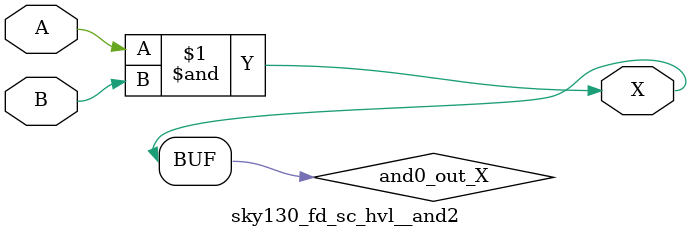
<source format=v>
/*
 * Copyright 2020 The SkyWater PDK Authors
 *
 * Licensed under the Apache License, Version 2.0 (the "License");
 * you may not use this file except in compliance with the License.
 * You may obtain a copy of the License at
 *
 *     https://www.apache.org/licenses/LICENSE-2.0
 *
 * Unless required by applicable law or agreed to in writing, software
 * distributed under the License is distributed on an "AS IS" BASIS,
 * WITHOUT WARRANTIES OR CONDITIONS OF ANY KIND, either express or implied.
 * See the License for the specific language governing permissions and
 * limitations under the License.
 *
 * SPDX-License-Identifier: Apache-2.0
*/


`ifndef SKY130_FD_SC_HVL__AND2_FUNCTIONAL_V
`define SKY130_FD_SC_HVL__AND2_FUNCTIONAL_V

/**
 * and2: 2-input AND.
 *
 * Verilog simulation functional model.
 */

`timescale 1ns / 1ps
`default_nettype none

`celldefine
module sky130_fd_sc_hvl__and2 (
    X,
    A,
    B
);

    // Module ports
    output X;
    input  A;
    input  B;

    // Local signals
    wire and0_out_X;

    //  Name  Output      Other arguments
    and and0 (and0_out_X, A, B           );
    buf buf0 (X         , and0_out_X     );

endmodule
`endcelldefine

`default_nettype wire
`endif  // SKY130_FD_SC_HVL__AND2_FUNCTIONAL_V

</source>
